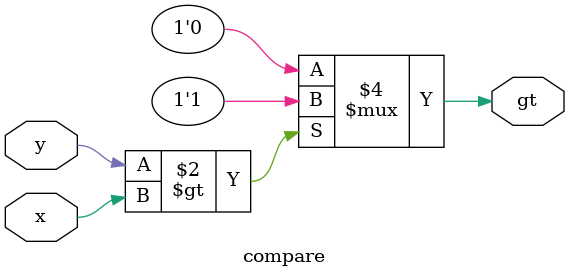
<source format=sv>
`timescale 1ns / 1ps


module compare(
    input logic x,
    input logic y,
    output logic gt
    );
    always_comb
    begin
    if (y > x)
     gt = 1;
    else
     gt = 0;
end
endmodule

</source>
